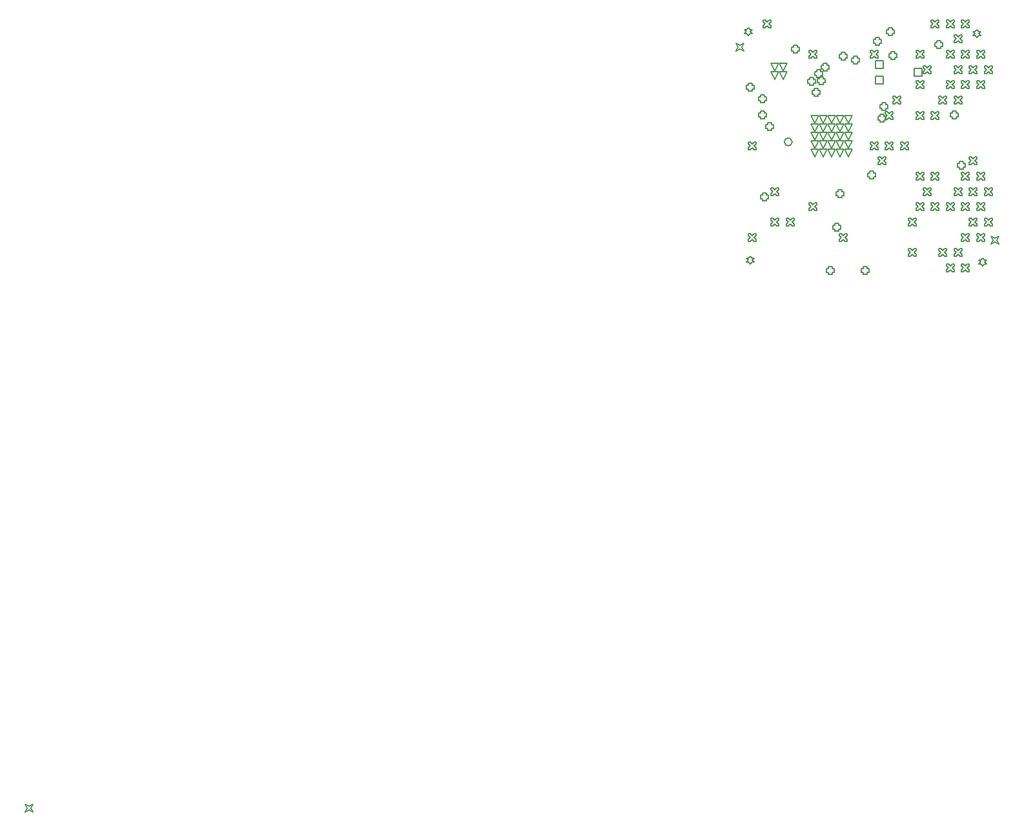
<source format=gbr>
%TF.GenerationSoftware,Altium Limited,Altium Designer,24.4.1 (13)*%
G04 Layer_Color=2752767*
%FSLAX45Y45*%
%MOMM*%
%TF.SameCoordinates,9860FC65-6E59-49BE-95FE-00A45DA03842*%
%TF.FilePolarity,Positive*%
%TF.FileFunction,Drawing*%
%TF.Part,Single*%
G01*
G75*
%TA.AperFunction,NonConductor*%
%ADD94C,0.12700*%
%ADD95C,0.16933*%
D94*
X3374200Y414200D02*
X3399600Y465000D01*
X3374200Y515800D01*
X3425000Y490400D01*
X3475800Y515800D01*
X3450400Y465000D01*
X3475800Y414200D01*
X3425000Y439600D01*
X3374200Y414200D01*
X24200Y2944200D02*
X49600Y2995000D01*
X24200Y3045800D01*
X75000Y3020400D01*
X125800Y3045800D01*
X100400Y2995000D01*
X125800Y2944200D01*
X75000Y2969600D01*
X24200Y2944200D01*
X-9298100Y-7035600D02*
X-9272700Y-6984800D01*
X-9298100Y-6934000D01*
X-9247300Y-6959400D01*
X-9196500Y-6934000D01*
X-9221900Y-6984800D01*
X-9196500Y-7035600D01*
X-9247300Y-7010200D01*
X-9298100Y-7035600D01*
X1859700Y2712300D02*
Y2813900D01*
X1961300D01*
Y2712300D01*
X1859700D01*
Y2509100D02*
Y2610700D01*
X1961300D01*
Y2509100D01*
X1859700D01*
X2367700Y2610700D02*
Y2712300D01*
X2469300D01*
Y2610700D01*
X2367700D01*
X3262500Y124200D02*
X3287900Y149600D01*
X3313300D01*
X3287900Y175000D01*
X3313300Y200400D01*
X3287900D01*
X3262500Y225800D01*
X3237100Y200400D01*
X3211700D01*
X3237100Y175000D01*
X3211700Y149600D01*
X3237100D01*
X3262500Y124200D01*
X212500Y149200D02*
X237900Y174600D01*
X263300D01*
X237900Y200000D01*
X263300Y225400D01*
X237900D01*
X212500Y250800D01*
X187100Y225400D01*
X161700D01*
X187100Y200000D01*
X161700Y174600D01*
X187100D01*
X212500Y149200D01*
X3187500Y3124200D02*
X3212900Y3149600D01*
X3238300D01*
X3212900Y3175000D01*
X3238300Y3200400D01*
X3212900D01*
X3187500Y3225800D01*
X3162100Y3200400D01*
X3136700D01*
X3162100Y3175000D01*
X3136700Y3149600D01*
X3162100D01*
X3187500Y3124200D01*
X187500Y3149200D02*
X212900Y3174600D01*
X238300D01*
X212900Y3200000D01*
X238300Y3225400D01*
X212900D01*
X187500Y3250800D01*
X162100Y3225400D01*
X136700D01*
X162100Y3200000D01*
X136700Y3174600D01*
X162100D01*
X187500Y3149200D01*
X3186707Y2849205D02*
X3212107D01*
X3237507Y2874605D01*
X3262907Y2849205D01*
X3288307D01*
Y2874605D01*
X3262907Y2900005D01*
X3288307Y2925405D01*
Y2950805D01*
X3262907D01*
X3237507Y2925405D01*
X3212107Y2950805D01*
X3186707D01*
Y2925405D01*
X3212107Y2900005D01*
X3186707Y2874605D01*
Y2849205D01*
X3286707Y2649205D02*
X3312107D01*
X3337507Y2674605D01*
X3362907Y2649205D01*
X3388307D01*
Y2674605D01*
X3362907Y2700005D01*
X3388307Y2725405D01*
Y2750805D01*
X3362907D01*
X3337507Y2725405D01*
X3312107Y2750805D01*
X3286707D01*
Y2725405D01*
X3312107Y2700005D01*
X3286707Y2674605D01*
Y2649205D01*
X3186707Y2449205D02*
X3212107D01*
X3237507Y2474605D01*
X3262907Y2449205D01*
X3288307D01*
Y2474605D01*
X3262907Y2500005D01*
X3288307Y2525405D01*
Y2550805D01*
X3262907D01*
X3237507Y2525405D01*
X3212107Y2550805D01*
X3186707D01*
Y2525405D01*
X3212107Y2500005D01*
X3186707Y2474605D01*
Y2449205D01*
Y1249205D02*
X3212107D01*
X3237507Y1274605D01*
X3262907Y1249205D01*
X3288307D01*
Y1274605D01*
X3262907Y1300005D01*
X3288307Y1325405D01*
Y1350805D01*
X3262907D01*
X3237507Y1325405D01*
X3212107Y1350805D01*
X3186707D01*
Y1325405D01*
X3212107Y1300005D01*
X3186707Y1274605D01*
Y1249205D01*
X3286707Y1049204D02*
X3312107D01*
X3337507Y1074604D01*
X3362907Y1049204D01*
X3388307D01*
Y1074604D01*
X3362907Y1100004D01*
X3388307Y1125404D01*
Y1150804D01*
X3362907D01*
X3337507Y1125404D01*
X3312107Y1150804D01*
X3286707D01*
Y1125404D01*
X3312107Y1100004D01*
X3286707Y1074604D01*
Y1049204D01*
X3186707Y849204D02*
X3212107D01*
X3237507Y874604D01*
X3262907Y849204D01*
X3288307D01*
Y874604D01*
X3262907Y900004D01*
X3288307Y925404D01*
Y950804D01*
X3262907D01*
X3237507Y925404D01*
X3212107Y950804D01*
X3186707D01*
Y925404D01*
X3212107Y900004D01*
X3186707Y874604D01*
Y849204D01*
X3286707Y649204D02*
X3312107D01*
X3337507Y674604D01*
X3362907Y649204D01*
X3388307D01*
Y674604D01*
X3362907Y700004D01*
X3388307Y725404D01*
Y750804D01*
X3362907D01*
X3337507Y725404D01*
X3312107Y750804D01*
X3286707D01*
Y725404D01*
X3312107Y700004D01*
X3286707Y674604D01*
Y649204D01*
X3186707Y449204D02*
X3212107D01*
X3237507Y474604D01*
X3262907Y449204D01*
X3288307D01*
Y474604D01*
X3262907Y500004D01*
X3288307Y525404D01*
Y550804D01*
X3262907D01*
X3237507Y525404D01*
X3212107Y550804D01*
X3186707D01*
Y525404D01*
X3212107Y500004D01*
X3186707Y474604D01*
Y449204D01*
X2986707Y3249206D02*
X3012107D01*
X3037507Y3274606D01*
X3062907Y3249206D01*
X3088307D01*
Y3274606D01*
X3062907Y3300006D01*
X3088307Y3325406D01*
Y3350806D01*
X3062907D01*
X3037507Y3325406D01*
X3012107Y3350806D01*
X2986707D01*
Y3325406D01*
X3012107Y3300006D01*
X2986707Y3274606D01*
Y3249206D01*
Y2849205D02*
X3012107D01*
X3037507Y2874605D01*
X3062907Y2849205D01*
X3088307D01*
Y2874605D01*
X3062907Y2900005D01*
X3088307Y2925405D01*
Y2950805D01*
X3062907D01*
X3037507Y2925405D01*
X3012107Y2950805D01*
X2986707D01*
Y2925405D01*
X3012107Y2900005D01*
X2986707Y2874605D01*
Y2849205D01*
X3086707Y2649205D02*
X3112107D01*
X3137507Y2674605D01*
X3162907Y2649205D01*
X3188307D01*
Y2674605D01*
X3162907Y2700005D01*
X3188307Y2725405D01*
Y2750805D01*
X3162907D01*
X3137507Y2725405D01*
X3112107Y2750805D01*
X3086707D01*
Y2725405D01*
X3112107Y2700005D01*
X3086707Y2674605D01*
Y2649205D01*
X2986707Y2449205D02*
X3012107D01*
X3037507Y2474605D01*
X3062907Y2449205D01*
X3088307D01*
Y2474605D01*
X3062907Y2500005D01*
X3088307Y2525405D01*
Y2550805D01*
X3062907D01*
X3037507Y2525405D01*
X3012107Y2550805D01*
X2986707D01*
Y2525405D01*
X3012107Y2500005D01*
X2986707Y2474605D01*
Y2449205D01*
X3086707Y1449205D02*
X3112107D01*
X3137507Y1474605D01*
X3162907Y1449205D01*
X3188307D01*
Y1474605D01*
X3162907Y1500005D01*
X3188307Y1525405D01*
Y1550805D01*
X3162907D01*
X3137507Y1525405D01*
X3112107Y1550805D01*
X3086707D01*
Y1525405D01*
X3112107Y1500005D01*
X3086707Y1474605D01*
Y1449205D01*
X2986707Y1249205D02*
X3012107D01*
X3037507Y1274605D01*
X3062907Y1249205D01*
X3088307D01*
Y1274605D01*
X3062907Y1300005D01*
X3088307Y1325405D01*
Y1350805D01*
X3062907D01*
X3037507Y1325405D01*
X3012107Y1350805D01*
X2986707D01*
Y1325405D01*
X3012107Y1300005D01*
X2986707Y1274605D01*
Y1249205D01*
X3086707Y1049204D02*
X3112107D01*
X3137507Y1074604D01*
X3162907Y1049204D01*
X3188307D01*
Y1074604D01*
X3162907Y1100004D01*
X3188307Y1125404D01*
Y1150804D01*
X3162907D01*
X3137507Y1125404D01*
X3112107Y1150804D01*
X3086707D01*
Y1125404D01*
X3112107Y1100004D01*
X3086707Y1074604D01*
Y1049204D01*
X2986707Y849204D02*
X3012107D01*
X3037507Y874604D01*
X3062907Y849204D01*
X3088307D01*
Y874604D01*
X3062907Y900004D01*
X3088307Y925404D01*
Y950804D01*
X3062907D01*
X3037507Y925404D01*
X3012107Y950804D01*
X2986707D01*
Y925404D01*
X3012107Y900004D01*
X2986707Y874604D01*
Y849204D01*
X3086707Y649204D02*
X3112107D01*
X3137507Y674604D01*
X3162907Y649204D01*
X3188307D01*
Y674604D01*
X3162907Y700004D01*
X3188307Y725404D01*
Y750804D01*
X3162907D01*
X3137507Y725404D01*
X3112107Y750804D01*
X3086707D01*
Y725404D01*
X3112107Y700004D01*
X3086707Y674604D01*
Y649204D01*
X2986707Y449204D02*
X3012107D01*
X3037507Y474604D01*
X3062907Y449204D01*
X3088307D01*
Y474604D01*
X3062907Y500004D01*
X3088307Y525404D01*
Y550804D01*
X3062907D01*
X3037507Y525404D01*
X3012107Y550804D01*
X2986707D01*
Y525404D01*
X3012107Y500004D01*
X2986707Y474604D01*
Y449204D01*
Y49204D02*
X3012107D01*
X3037507Y74604D01*
X3062907Y49204D01*
X3088307D01*
Y74604D01*
X3062907Y100004D01*
X3088307Y125404D01*
Y150804D01*
X3062907D01*
X3037507Y125404D01*
X3012107Y150804D01*
X2986707D01*
Y125404D01*
X3012107Y100004D01*
X2986707Y74604D01*
Y49204D01*
X2786707Y3249206D02*
X2812107D01*
X2837507Y3274606D01*
X2862907Y3249206D01*
X2888307D01*
Y3274606D01*
X2862907Y3300006D01*
X2888307Y3325406D01*
Y3350806D01*
X2862907D01*
X2837507Y3325406D01*
X2812107Y3350806D01*
X2786707D01*
Y3325406D01*
X2812107Y3300006D01*
X2786707Y3274606D01*
Y3249206D01*
X2886707Y3049205D02*
X2912107D01*
X2937507Y3074605D01*
X2962907Y3049205D01*
X2988307D01*
Y3074605D01*
X2962907Y3100005D01*
X2988307Y3125405D01*
Y3150805D01*
X2962907D01*
X2937507Y3125405D01*
X2912107Y3150805D01*
X2886707D01*
Y3125405D01*
X2912107Y3100005D01*
X2886707Y3074605D01*
Y3049205D01*
X2786707Y2849205D02*
X2812107D01*
X2837507Y2874605D01*
X2862907Y2849205D01*
X2888307D01*
Y2874605D01*
X2862907Y2900005D01*
X2888307Y2925405D01*
Y2950805D01*
X2862907D01*
X2837507Y2925405D01*
X2812107Y2950805D01*
X2786707D01*
Y2925405D01*
X2812107Y2900005D01*
X2786707Y2874605D01*
Y2849205D01*
X2886707Y2649205D02*
X2912107D01*
X2937507Y2674605D01*
X2962907Y2649205D01*
X2988307D01*
Y2674605D01*
X2962907Y2700005D01*
X2988307Y2725405D01*
Y2750805D01*
X2962907D01*
X2937507Y2725405D01*
X2912107Y2750805D01*
X2886707D01*
Y2725405D01*
X2912107Y2700005D01*
X2886707Y2674605D01*
Y2649205D01*
X2786707Y2449205D02*
X2812107D01*
X2837507Y2474605D01*
X2862907Y2449205D01*
X2888307D01*
Y2474605D01*
X2862907Y2500005D01*
X2888307Y2525405D01*
Y2550805D01*
X2862907D01*
X2837507Y2525405D01*
X2812107Y2550805D01*
X2786707D01*
Y2525405D01*
X2812107Y2500005D01*
X2786707Y2474605D01*
Y2449205D01*
X2886707Y2249205D02*
X2912107D01*
X2937507Y2274605D01*
X2962907Y2249205D01*
X2988307D01*
Y2274605D01*
X2962907Y2300005D01*
X2988307Y2325405D01*
Y2350805D01*
X2962907D01*
X2937507Y2325405D01*
X2912107Y2350805D01*
X2886707D01*
Y2325405D01*
X2912107Y2300005D01*
X2886707Y2274605D01*
Y2249205D01*
Y1049204D02*
X2912107D01*
X2937507Y1074604D01*
X2962907Y1049204D01*
X2988307D01*
Y1074604D01*
X2962907Y1100004D01*
X2988307Y1125404D01*
Y1150804D01*
X2962907D01*
X2937507Y1125404D01*
X2912107Y1150804D01*
X2886707D01*
Y1125404D01*
X2912107Y1100004D01*
X2886707Y1074604D01*
Y1049204D01*
X2786707Y849204D02*
X2812107D01*
X2837507Y874604D01*
X2862907Y849204D01*
X2888307D01*
Y874604D01*
X2862907Y900004D01*
X2888307Y925404D01*
Y950804D01*
X2862907D01*
X2837507Y925404D01*
X2812107Y950804D01*
X2786707D01*
Y925404D01*
X2812107Y900004D01*
X2786707Y874604D01*
Y849204D01*
X2886707Y249204D02*
X2912107D01*
X2937507Y274604D01*
X2962907Y249204D01*
X2988307D01*
Y274604D01*
X2962907Y300004D01*
X2988307Y325404D01*
Y350804D01*
X2962907D01*
X2937507Y325404D01*
X2912107Y350804D01*
X2886707D01*
Y325404D01*
X2912107Y300004D01*
X2886707Y274604D01*
Y249204D01*
X2786707Y49204D02*
X2812107D01*
X2837507Y74604D01*
X2862907Y49204D01*
X2888307D01*
Y74604D01*
X2862907Y100004D01*
X2888307Y125404D01*
Y150804D01*
X2862907D01*
X2837507Y125404D01*
X2812107Y150804D01*
X2786707D01*
Y125404D01*
X2812107Y100004D01*
X2786707Y74604D01*
Y49204D01*
X2586707Y3249206D02*
X2612107D01*
X2637507Y3274606D01*
X2662907Y3249206D01*
X2688307D01*
Y3274606D01*
X2662907Y3300006D01*
X2688307Y3325406D01*
Y3350806D01*
X2662907D01*
X2637507Y3325406D01*
X2612107Y3350806D01*
X2586707D01*
Y3325406D01*
X2612107Y3300006D01*
X2586707Y3274606D01*
Y3249206D01*
X2686707Y2249205D02*
X2712107D01*
X2737507Y2274605D01*
X2762907Y2249205D01*
X2788307D01*
Y2274605D01*
X2762907Y2300005D01*
X2788307Y2325405D01*
Y2350805D01*
X2762907D01*
X2737507Y2325405D01*
X2712107Y2350805D01*
X2686707D01*
Y2325405D01*
X2712107Y2300005D01*
X2686707Y2274605D01*
Y2249205D01*
X2586707Y2049205D02*
X2612107D01*
X2637507Y2074605D01*
X2662907Y2049205D01*
X2688307D01*
Y2074605D01*
X2662907Y2100005D01*
X2688307Y2125405D01*
Y2150805D01*
X2662907D01*
X2637507Y2125405D01*
X2612107Y2150805D01*
X2586707D01*
Y2125405D01*
X2612107Y2100005D01*
X2586707Y2074605D01*
Y2049205D01*
Y1249205D02*
X2612107D01*
X2637507Y1274605D01*
X2662907Y1249205D01*
X2688307D01*
Y1274605D01*
X2662907Y1300005D01*
X2688307Y1325405D01*
Y1350805D01*
X2662907D01*
X2637507Y1325405D01*
X2612107Y1350805D01*
X2586707D01*
Y1325405D01*
X2612107Y1300005D01*
X2586707Y1274605D01*
Y1249205D01*
Y849204D02*
X2612107D01*
X2637507Y874604D01*
X2662907Y849204D01*
X2688307D01*
Y874604D01*
X2662907Y900004D01*
X2688307Y925404D01*
Y950804D01*
X2662907D01*
X2637507Y925404D01*
X2612107Y950804D01*
X2586707D01*
Y925404D01*
X2612107Y900004D01*
X2586707Y874604D01*
Y849204D01*
X2686707Y249204D02*
X2712107D01*
X2737507Y274604D01*
X2762907Y249204D01*
X2788307D01*
Y274604D01*
X2762907Y300004D01*
X2788307Y325404D01*
Y350804D01*
X2762907D01*
X2737507Y325404D01*
X2712107Y350804D01*
X2686707D01*
Y325404D01*
X2712107Y300004D01*
X2686707Y274604D01*
Y249204D01*
X2386706Y2849205D02*
X2412106D01*
X2437506Y2874605D01*
X2462906Y2849205D01*
X2488306D01*
Y2874605D01*
X2462906Y2900005D01*
X2488306Y2925405D01*
Y2950805D01*
X2462906D01*
X2437506Y2925405D01*
X2412106Y2950805D01*
X2386706D01*
Y2925405D01*
X2412106Y2900005D01*
X2386706Y2874605D01*
Y2849205D01*
X2486706Y2649205D02*
X2512106D01*
X2537506Y2674605D01*
X2562906Y2649205D01*
X2588306D01*
Y2674605D01*
X2562906Y2700005D01*
X2588306Y2725405D01*
Y2750805D01*
X2562906D01*
X2537506Y2725405D01*
X2512106Y2750805D01*
X2486706D01*
Y2725405D01*
X2512106Y2700005D01*
X2486706Y2674605D01*
Y2649205D01*
X2386706Y2449205D02*
X2412106D01*
X2437506Y2474605D01*
X2462906Y2449205D01*
X2488306D01*
Y2474605D01*
X2462906Y2500005D01*
X2488306Y2525405D01*
Y2550805D01*
X2462906D01*
X2437506Y2525405D01*
X2412106Y2550805D01*
X2386706D01*
Y2525405D01*
X2412106Y2500005D01*
X2386706Y2474605D01*
Y2449205D01*
Y2049205D02*
X2412106D01*
X2437506Y2074605D01*
X2462906Y2049205D01*
X2488306D01*
Y2074605D01*
X2462906Y2100005D01*
X2488306Y2125405D01*
Y2150805D01*
X2462906D01*
X2437506Y2125405D01*
X2412106Y2150805D01*
X2386706D01*
Y2125405D01*
X2412106Y2100005D01*
X2386706Y2074605D01*
Y2049205D01*
Y1249205D02*
X2412106D01*
X2437506Y1274605D01*
X2462906Y1249205D01*
X2488306D01*
Y1274605D01*
X2462906Y1300005D01*
X2488306Y1325405D01*
Y1350805D01*
X2462906D01*
X2437506Y1325405D01*
X2412106Y1350805D01*
X2386706D01*
Y1325405D01*
X2412106Y1300005D01*
X2386706Y1274605D01*
Y1249205D01*
X2486706Y1049204D02*
X2512106D01*
X2537506Y1074604D01*
X2562906Y1049204D01*
X2588306D01*
Y1074604D01*
X2562906Y1100004D01*
X2588306Y1125404D01*
Y1150804D01*
X2562906D01*
X2537506Y1125404D01*
X2512106Y1150804D01*
X2486706D01*
Y1125404D01*
X2512106Y1100004D01*
X2486706Y1074604D01*
Y1049204D01*
X2386706Y849204D02*
X2412106D01*
X2437506Y874604D01*
X2462906Y849204D01*
X2488306D01*
Y874604D01*
X2462906Y900004D01*
X2488306Y925404D01*
Y950804D01*
X2462906D01*
X2437506Y925404D01*
X2412106Y950804D01*
X2386706D01*
Y925404D01*
X2412106Y900004D01*
X2386706Y874604D01*
Y849204D01*
X2186706Y1649205D02*
X2212106D01*
X2237506Y1674605D01*
X2262906Y1649205D01*
X2288306D01*
Y1674605D01*
X2262906Y1700005D01*
X2288306Y1725405D01*
Y1750805D01*
X2262906D01*
X2237506Y1725405D01*
X2212106Y1750805D01*
X2186706D01*
Y1725405D01*
X2212106Y1700005D01*
X2186706Y1674605D01*
Y1649205D01*
X2286706Y649204D02*
X2312106D01*
X2337506Y674604D01*
X2362906Y649204D01*
X2388306D01*
Y674604D01*
X2362906Y700004D01*
X2388306Y725404D01*
Y750804D01*
X2362906D01*
X2337506Y725404D01*
X2312106Y750804D01*
X2286706D01*
Y725404D01*
X2312106Y700004D01*
X2286706Y674604D01*
Y649204D01*
Y249204D02*
X2312106D01*
X2337506Y274604D01*
X2362906Y249204D01*
X2388306D01*
Y274604D01*
X2362906Y300004D01*
X2388306Y325404D01*
Y350804D01*
X2362906D01*
X2337506Y325404D01*
X2312106Y350804D01*
X2286706D01*
Y325404D01*
X2312106Y300004D01*
X2286706Y274604D01*
Y249204D01*
X2086706Y2249205D02*
X2112106D01*
X2137506Y2274605D01*
X2162906Y2249205D01*
X2188306D01*
Y2274605D01*
X2162906Y2300005D01*
X2188306Y2325405D01*
Y2350805D01*
X2162906D01*
X2137506Y2325405D01*
X2112106Y2350805D01*
X2086706D01*
Y2325405D01*
X2112106Y2300005D01*
X2086706Y2274605D01*
Y2249205D01*
X1986706Y2049205D02*
X2012106D01*
X2037506Y2074605D01*
X2062906Y2049205D01*
X2088306D01*
Y2074605D01*
X2062906Y2100005D01*
X2088306Y2125405D01*
Y2150805D01*
X2062906D01*
X2037506Y2125405D01*
X2012106Y2150805D01*
X1986706D01*
Y2125405D01*
X2012106Y2100005D01*
X1986706Y2074605D01*
Y2049205D01*
Y1649205D02*
X2012106D01*
X2037506Y1674605D01*
X2062906Y1649205D01*
X2088306D01*
Y1674605D01*
X2062906Y1700005D01*
X2088306Y1725405D01*
Y1750805D01*
X2062906D01*
X2037506Y1725405D01*
X2012106Y1750805D01*
X1986706D01*
Y1725405D01*
X2012106Y1700005D01*
X1986706Y1674605D01*
Y1649205D01*
X1786706Y2849205D02*
X1812106D01*
X1837506Y2874605D01*
X1862906Y2849205D01*
X1888306D01*
Y2874605D01*
X1862906Y2900005D01*
X1888306Y2925405D01*
Y2950805D01*
X1862906D01*
X1837506Y2925405D01*
X1812106Y2950805D01*
X1786706D01*
Y2925405D01*
X1812106Y2900005D01*
X1786706Y2874605D01*
Y2849205D01*
Y1649205D02*
X1812106D01*
X1837506Y1674605D01*
X1862906Y1649205D01*
X1888306D01*
Y1674605D01*
X1862906Y1700005D01*
X1888306Y1725405D01*
Y1750805D01*
X1862906D01*
X1837506Y1725405D01*
X1812106Y1750805D01*
X1786706D01*
Y1725405D01*
X1812106Y1700005D01*
X1786706Y1674605D01*
Y1649205D01*
X1886706Y1449205D02*
X1912106D01*
X1937506Y1474605D01*
X1962906Y1449205D01*
X1988306D01*
Y1474605D01*
X1962906Y1500005D01*
X1988306Y1525405D01*
Y1550805D01*
X1962906D01*
X1937506Y1525405D01*
X1912106Y1550805D01*
X1886706D01*
Y1525405D01*
X1912106Y1500005D01*
X1886706Y1474605D01*
Y1449205D01*
X1386706Y449204D02*
X1412106D01*
X1437506Y474604D01*
X1462906Y449204D01*
X1488306D01*
Y474604D01*
X1462906Y500004D01*
X1488306Y525404D01*
Y550804D01*
X1462906D01*
X1437506Y525404D01*
X1412106Y550804D01*
X1386706D01*
Y525404D01*
X1412106Y500004D01*
X1386706Y474604D01*
Y449204D01*
X986706Y2849205D02*
X1012106D01*
X1037506Y2874605D01*
X1062906Y2849205D01*
X1088306D01*
Y2874605D01*
X1062906Y2900005D01*
X1088306Y2925405D01*
Y2950805D01*
X1062906D01*
X1037506Y2925405D01*
X1012106Y2950805D01*
X986706D01*
Y2925405D01*
X1012106Y2900005D01*
X986706Y2874605D01*
Y2849205D01*
Y849204D02*
X1012106D01*
X1037506Y874604D01*
X1062906Y849204D01*
X1088306D01*
Y874604D01*
X1062906Y900004D01*
X1088306Y925404D01*
Y950804D01*
X1062906D01*
X1037506Y925404D01*
X1012106Y950804D01*
X986706D01*
Y925404D01*
X1012106Y900004D01*
X986706Y874604D01*
Y849204D01*
X686706Y649204D02*
X712106D01*
X737506Y674604D01*
X762906Y649204D01*
X788306D01*
Y674604D01*
X762906Y700004D01*
X788306Y725404D01*
Y750804D01*
X762906D01*
X737506Y725404D01*
X712106Y750804D01*
X686706D01*
Y725404D01*
X712106Y700004D01*
X686706Y674604D01*
Y649204D01*
X386705Y3249206D02*
X412105D01*
X437505Y3274606D01*
X462905Y3249206D01*
X488305D01*
Y3274606D01*
X462905Y3300006D01*
X488305Y3325406D01*
Y3350806D01*
X462905D01*
X437505Y3325406D01*
X412105Y3350806D01*
X386705D01*
Y3325406D01*
X412105Y3300006D01*
X386705Y3274606D01*
Y3249206D01*
X486705Y1049204D02*
X512105D01*
X537505Y1074604D01*
X562905Y1049204D01*
X588305D01*
Y1074604D01*
X562905Y1100004D01*
X588305Y1125404D01*
Y1150804D01*
X562905D01*
X537505Y1125404D01*
X512105Y1150804D01*
X486705D01*
Y1125404D01*
X512105Y1100004D01*
X486705Y1074604D01*
Y1049204D01*
Y649204D02*
X512105D01*
X537505Y674604D01*
X562905Y649204D01*
X588305D01*
Y674604D01*
X562905Y700004D01*
X588305Y725404D01*
Y750804D01*
X562905D01*
X537505Y725404D01*
X512105Y750804D01*
X486705D01*
Y725404D01*
X512105Y700004D01*
X486705Y674604D01*
Y649204D01*
X186705Y1649205D02*
X212105D01*
X237505Y1674605D01*
X262905Y1649205D01*
X288305D01*
Y1674605D01*
X262905Y1700005D01*
X288305Y1725405D01*
Y1750805D01*
X262905D01*
X237505Y1725405D01*
X212105Y1750805D01*
X186705D01*
Y1725405D01*
X212105Y1700005D01*
X186705Y1674605D01*
Y1649205D01*
Y449204D02*
X212105D01*
X237505Y474604D01*
X262905Y449204D01*
X288305D01*
Y474604D01*
X262905Y500004D01*
X288305Y525404D01*
Y550804D01*
X262905D01*
X237505Y525404D01*
X212105Y550804D01*
X186705D01*
Y525404D01*
X212105Y500004D01*
X186705Y474604D01*
Y449204D01*
X444600Y1925156D02*
Y1899756D01*
X495400D01*
Y1925156D01*
X520800D01*
Y1975956D01*
X495400D01*
Y2001356D01*
X444600D01*
Y1975956D01*
X419200D01*
Y1925156D01*
X444600D01*
X1052100Y2379600D02*
Y2354200D01*
X1102900D01*
Y2379600D01*
X1128300D01*
Y2430400D01*
X1102900D01*
Y2455800D01*
X1052100D01*
Y2430400D01*
X1026700D01*
Y2379600D01*
X1052100D01*
X997100Y2522656D02*
Y2497256D01*
X1047900D01*
Y2522656D01*
X1073300D01*
Y2573456D01*
X1047900D01*
Y2598856D01*
X997100D01*
Y2573456D01*
X971700D01*
Y2522656D01*
X997100D01*
X1782100Y1289600D02*
Y1264200D01*
X1832900D01*
Y1289600D01*
X1858300D01*
Y1340400D01*
X1832900D01*
Y1365800D01*
X1782100D01*
Y1340400D01*
X1756700D01*
Y1289600D01*
X1782100D01*
X1914600Y2037100D02*
Y2011700D01*
X1965400D01*
Y2037100D01*
X1990800D01*
Y2087900D01*
X1965400D01*
Y2113300D01*
X1914600D01*
Y2087900D01*
X1889200D01*
Y2037100D01*
X1914600D01*
X779600Y2939600D02*
Y2914200D01*
X830400D01*
Y2939600D01*
X855800D01*
Y2990400D01*
X830400D01*
Y3015800D01*
X779600D01*
Y2990400D01*
X754200D01*
Y2939600D01*
X779600D01*
X374100Y1002059D02*
Y976659D01*
X424900D01*
Y1002059D01*
X450300D01*
Y1052859D01*
X424900D01*
Y1078259D01*
X374100D01*
Y1052859D01*
X348700D01*
Y1002059D01*
X374100D01*
X2664100Y3002059D02*
Y2976659D01*
X2714900D01*
Y3002059D01*
X2740300D01*
Y3052859D01*
X2714900D01*
Y3078259D01*
X2664100D01*
Y3052859D01*
X2638700D01*
Y3002059D01*
X2664100D01*
X1944600Y2192100D02*
Y2166700D01*
X1995400D01*
Y2192100D01*
X2020800D01*
Y2242900D01*
X1995400D01*
Y2268300D01*
X1944600D01*
Y2242900D01*
X1919200D01*
Y2192100D01*
X1944600D01*
X349100Y2294559D02*
Y2269159D01*
X399900D01*
Y2294559D01*
X425300D01*
Y2345359D01*
X399900D01*
Y2370759D01*
X349100D01*
Y2345359D01*
X323700D01*
Y2294559D01*
X349100D01*
X189099Y2444559D02*
Y2419159D01*
X239899D01*
Y2444559D01*
X265299D01*
Y2495359D01*
X239899D01*
Y2520759D01*
X189099D01*
Y2495359D01*
X163699D01*
Y2444559D01*
X189099D01*
X347100Y2077100D02*
Y2051700D01*
X397900D01*
Y2077100D01*
X423300D01*
Y2127900D01*
X397900D01*
Y2153300D01*
X347100D01*
Y2127900D01*
X321700D01*
Y2077100D01*
X347100D01*
X1412100Y2849600D02*
Y2824200D01*
X1462900D01*
Y2849600D01*
X1488300D01*
Y2900400D01*
X1462900D01*
Y2925800D01*
X1412100D01*
Y2900400D01*
X1386700D01*
Y2849600D01*
X1412100D01*
X1169600Y2707100D02*
Y2681700D01*
X1220400D01*
Y2707100D01*
X1245800D01*
Y2757900D01*
X1220400D01*
Y2783300D01*
X1169600D01*
Y2757900D01*
X1144200D01*
Y2707100D01*
X1169600D01*
X1569600Y2799600D02*
Y2774200D01*
X1620400D01*
Y2799600D01*
X1645800D01*
Y2850400D01*
X1620400D01*
Y2875800D01*
X1569600D01*
Y2850400D01*
X1544200D01*
Y2799600D01*
X1569600D01*
X1234600Y37100D02*
Y11700D01*
X1285400D01*
Y37100D01*
X1310800D01*
Y87900D01*
X1285400D01*
Y113300D01*
X1234600D01*
Y87900D01*
X1209200D01*
Y37100D01*
X1234600D01*
X1697100D02*
Y11700D01*
X1747900D01*
Y37100D01*
X1773300D01*
Y87900D01*
X1747900D01*
Y113300D01*
X1697100D01*
Y87900D01*
X1671700D01*
Y37100D01*
X1697100D01*
X1367100Y1044600D02*
Y1019200D01*
X1417900D01*
Y1044600D01*
X1443300D01*
Y1095400D01*
X1417900D01*
Y1120800D01*
X1367100D01*
Y1095400D01*
X1341700D01*
Y1044600D01*
X1367100D01*
X1327100Y607100D02*
Y581700D01*
X1377900D01*
Y607100D01*
X1403300D01*
Y657900D01*
X1377900D01*
Y683300D01*
X1327100D01*
Y657900D01*
X1301700D01*
Y607100D01*
X1327100D01*
X2954600Y1417100D02*
Y1391700D01*
X3005400D01*
Y1417100D01*
X3030800D01*
Y1467900D01*
X3005400D01*
Y1493300D01*
X2954600D01*
Y1467900D01*
X2929200D01*
Y1417100D01*
X2954600D01*
X2864600Y2079600D02*
Y2054200D01*
X2915400D01*
Y2079600D01*
X2940800D01*
Y2130400D01*
X2915400D01*
Y2155800D01*
X2864600D01*
Y2130400D01*
X2839200D01*
Y2079600D01*
X2864600D01*
X2062100Y2859600D02*
Y2834200D01*
X2112900D01*
Y2859600D01*
X2138300D01*
Y2910400D01*
X2112900D01*
Y2935800D01*
X2062100D01*
Y2910400D01*
X2036700D01*
Y2859600D01*
X2062100D01*
X1859600Y3042100D02*
Y3016700D01*
X1910400D01*
Y3042100D01*
X1935800D01*
Y3092900D01*
X1910400D01*
Y3118300D01*
X1859600D01*
Y3092900D01*
X1834200D01*
Y3042100D01*
X1859600D01*
X1119600Y2524600D02*
Y2499200D01*
X1170400D01*
Y2524600D01*
X1195800D01*
Y2575400D01*
X1170400D01*
Y2600800D01*
X1119600D01*
Y2575400D01*
X1094200D01*
Y2524600D01*
X1119600D01*
X2022100Y3174600D02*
Y3149200D01*
X2072900D01*
Y3174600D01*
X2098300D01*
Y3225400D01*
X2072900D01*
Y3250800D01*
X2022100D01*
Y3225400D01*
X1996700D01*
Y3174600D01*
X2022100D01*
X1087100Y2624600D02*
Y2599200D01*
X1137900D01*
Y2624600D01*
X1163300D01*
Y2675400D01*
X1137900D01*
Y2700800D01*
X1087100D01*
Y2675400D01*
X1061700D01*
Y2624600D01*
X1087100D01*
X1497500Y1554200D02*
X1446700Y1655800D01*
X1548300D01*
X1497500Y1554200D01*
X1387500D02*
X1336700Y1655800D01*
X1438300D01*
X1387500Y1554200D01*
X1277500D02*
X1226700Y1655800D01*
X1328300D01*
X1277500Y1554200D01*
X1167500D02*
X1116700Y1655800D01*
X1218300D01*
X1167500Y1554200D01*
X1057500D02*
X1006700Y1655800D01*
X1108300D01*
X1057500Y1554200D01*
X1497500Y1664200D02*
X1446700Y1765800D01*
X1548300D01*
X1497500Y1664200D01*
X1387500D02*
X1336700Y1765800D01*
X1438300D01*
X1387500Y1664200D01*
X1277500D02*
X1226700Y1765800D01*
X1328300D01*
X1277500Y1664200D01*
X1167500D02*
X1116700Y1765800D01*
X1218300D01*
X1167500Y1664200D01*
X1057500D02*
X1006700Y1765800D01*
X1108300D01*
X1057500Y1664200D01*
X1497500Y1774200D02*
X1446700Y1875800D01*
X1548300D01*
X1497500Y1774200D01*
X1387500D02*
X1336700Y1875800D01*
X1438300D01*
X1387500Y1774200D01*
X1277500D02*
X1226700Y1875800D01*
X1328300D01*
X1277500Y1774200D01*
X1167500D02*
X1116700Y1875800D01*
X1218300D01*
X1167500Y1774200D01*
X1057500D02*
X1006700Y1875800D01*
X1108300D01*
X1057500Y1774200D01*
X1497500Y1884200D02*
X1446700Y1985800D01*
X1548300D01*
X1497500Y1884200D01*
X1387500D02*
X1336700Y1985800D01*
X1438300D01*
X1387500Y1884200D01*
X1277500D02*
X1226700Y1985800D01*
X1328300D01*
X1277500Y1884200D01*
X1167500D02*
X1116700Y1985800D01*
X1218300D01*
X1167500Y1884200D01*
X1057500D02*
X1006700Y1985800D01*
X1108300D01*
X1057500Y1884200D01*
X1497500Y1994200D02*
X1446700Y2095800D01*
X1548300D01*
X1497500Y1994200D01*
X1387500D02*
X1336700Y2095800D01*
X1438300D01*
X1387500Y1994200D01*
X1277500D02*
X1226700Y2095800D01*
X1328300D01*
X1277500Y1994200D01*
X1167500D02*
X1116700Y2095800D01*
X1218300D01*
X1167500Y1994200D01*
X1057500D02*
X1006700Y2095800D01*
X1108300D01*
X1057500Y1994200D01*
X642500Y2679200D02*
X591700Y2780800D01*
X693300D01*
X642500Y2679200D01*
Y2569200D02*
X591700Y2670800D01*
X693300D01*
X642500Y2569200D01*
X532500D02*
X481700Y2670800D01*
X583300D01*
X532500Y2569200D01*
Y2679200D02*
X481700Y2780800D01*
X583300D01*
X532500Y2679200D01*
D95*
X763300Y1750000D02*
G03*
X763300Y1750000I-50800J0D01*
G01*
%TF.MD5,45aa6841c25f630aa49e96a7698644cc*%
M02*

</source>
